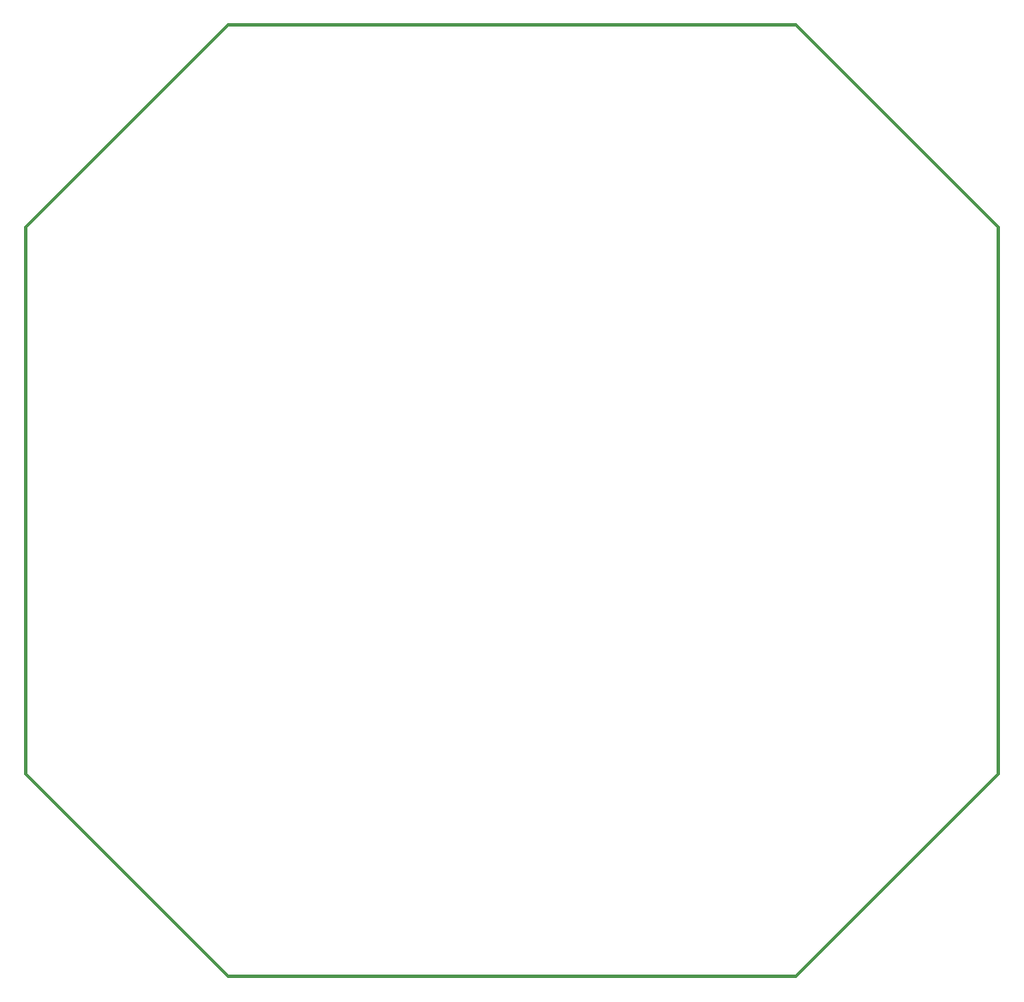
<source format=gko>
%FSLAX44Y44*%
%MOMM*%
G71*
G01*
G75*
G04 Layer_Color=16711935*
%ADD10C,1.0160*%
%ADD11C,0.2540*%
%ADD12C,3.0000*%
%ADD13C,1.1000*%
%ADD14C,1.7000*%
%ADD15C,1.2000*%
%ADD16C,1.5240*%
%ADD17C,2.0320*%
%ADD18C,1.2700*%
%ADD19R,5.8420X37.4650*%
%ADD20R,28.8290X6.6040*%
%ADD21R,11.3030X8.2550*%
%ADD22R,11.5570X8.2550*%
%ADD23R,2.5400X2.2860*%
%ADD24C,3.2032*%
%ADD25C,1.3032*%
%ADD26C,1.9032*%
%ADD27C,1.4032*%
%ADD28C,1.7272*%
%ADD29C,2.2352*%
%ADD30C,1.4732*%
%ADD31C,0.3000*%
D31*
X271839Y462689D02*
Y1002689D01*
X471839Y262689D02*
X271839Y462689D01*
X1031839Y262689D02*
X471839D01*
X1231839Y462689D02*
X1031839Y262689D01*
X1231839Y462689D02*
Y1002689D01*
X1031839Y1202689D01*
X471839D01*
X271839Y1002689D01*
M02*

</source>
